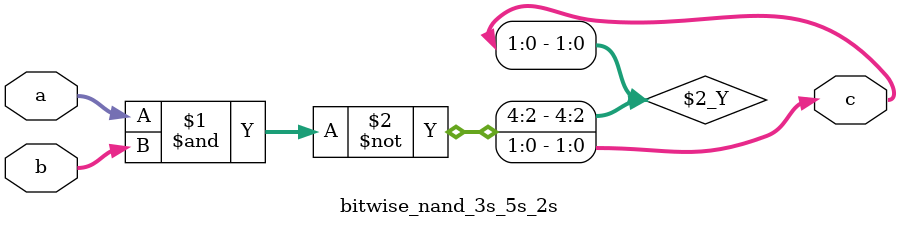
<source format=v>
module bitwise_nand_3s_5s_2s(a, b, c);
  input signed [2:0] a;
  input signed [4:0] b;
  output signed [1:0] c;
  assign c = a ~& b;
endmodule

</source>
